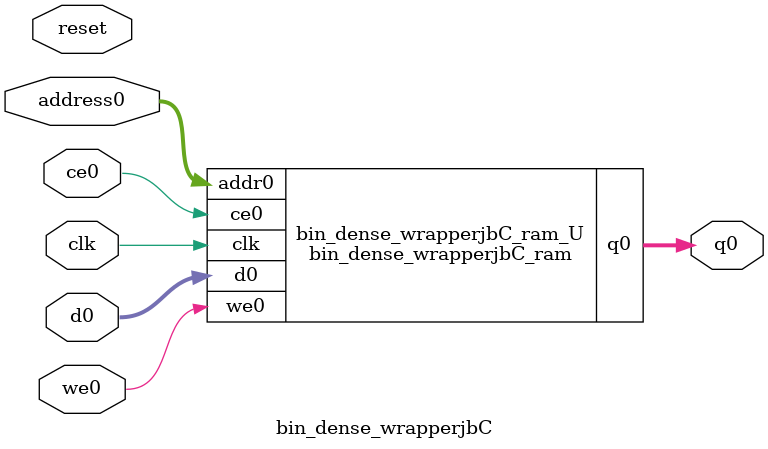
<source format=v>

`timescale 1 ns / 1 ps
module bin_dense_wrapperjbC_ram (addr0, ce0, d0, we0, q0,  clk);

parameter DWIDTH = 64;
parameter AWIDTH = 6;
parameter MEM_SIZE = 64;

input[AWIDTH-1:0] addr0;
input ce0;
input[DWIDTH-1:0] d0;
input we0;
output reg[DWIDTH-1:0] q0;
input clk;

(* ram_style = "block" *)reg [DWIDTH-1:0] ram[0:MEM_SIZE-1];




always @(posedge clk)  
begin 
    if (ce0) 
    begin
        if (we0) 
        begin 
            ram[addr0] <= d0; 
            q0 <= d0;
        end 
        else 
            q0 <= ram[addr0];
    end
end


endmodule


`timescale 1 ns / 1 ps
module bin_dense_wrapperjbC(
    reset,
    clk,
    address0,
    ce0,
    we0,
    d0,
    q0);

parameter DataWidth = 32'd64;
parameter AddressRange = 32'd64;
parameter AddressWidth = 32'd6;
input reset;
input clk;
input[AddressWidth - 1:0] address0;
input ce0;
input we0;
input[DataWidth - 1:0] d0;
output[DataWidth - 1:0] q0;



bin_dense_wrapperjbC_ram bin_dense_wrapperjbC_ram_U(
    .clk( clk ),
    .addr0( address0 ),
    .ce0( ce0 ),
    .we0( we0 ),
    .d0( d0 ),
    .q0( q0 ));

endmodule


</source>
